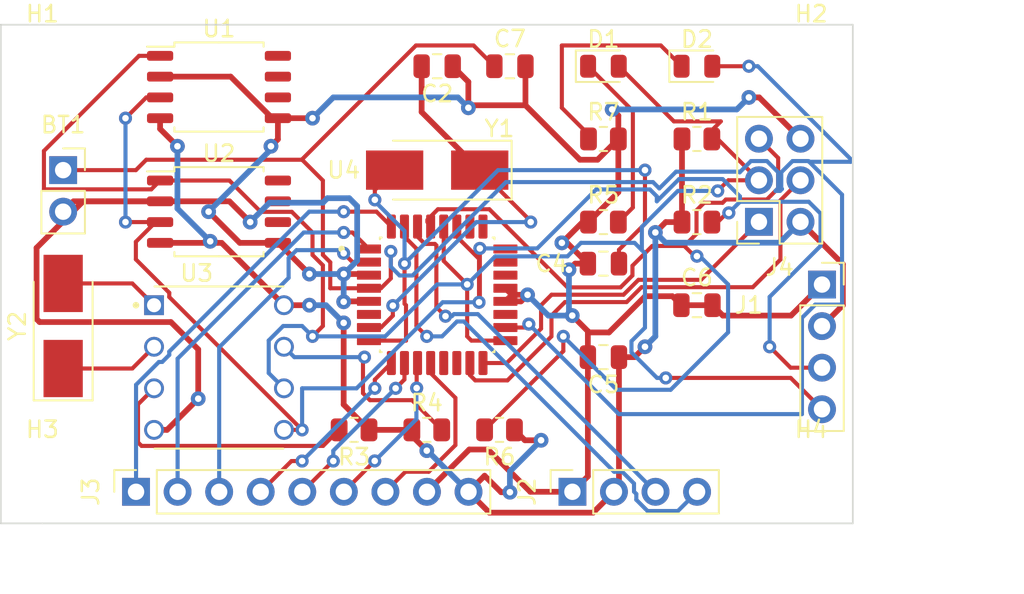
<source format=kicad_pcb>
(kicad_pcb (version 20221018) (generator pcbnew)
  (title_block (title "${project_name}") (date "2024-02-19") (rev "1") (comment 1 "2-Layer PCB version"))
  (layers (0 "F.Cu" mixed) (31 "B.Cu" mixed) (34 "B.Paste" user) (35 "F.Paste" user) (36 "B.SilkS" user "B.Silkscreen") (37 "F.SilkS" user "F.Silkscreen") (38 "B.Mask" user) (39 "F.Mask" user) (44 "Edge.Cuts" user))
  (property "project_name" "MCU Datalogger with memory and clock ")
  (net 0 "")
  (net 1 "Net-(BT1-+)")
  (net 2 "GND")
  (net 3 "Net-(U4-PB6)")
  (net 4 "Net-(U4-PB7)")
  (net 5 "VCC")
  (net 6 "Net-(D1-K)")
  (net 7 "/SCL")
  (net 8 "Net-(D2-K)")
  (net 9 "/D2")
  (net 10 "/D3")
  (net 11 "/D4")
  (net 12 "/D5")
  (net 13 "/D6")
  (net 14 "/D7")
  (net 15 "/D8")
  (net 16 "/MISO")
  (net 17 "/MOSI")
  (net 18 "/RESET")
  (net 19 "/SDA")
  (net 20 "Net-(U3-#INTA)")
  (net 21 "Net-(U3-SQW{slash}#INTB)")
  (net 22 "Net-(U3-X1)")
  (net 23 "Net-(U3-X2)")
  (net 25 "/RX")
  (net 26 "/TX")
  (footprint "Capacitor_SMD:C_0805_2012Metric" (layer "F.Cu") (at 127 33.02 180)
    (fp_text reference "C2")
    (fp_text value "22pF")
  )
  (footprint "Crystal:Crystal_SMD_5032-2Pin_5.0x3.2mm_HandSoldering" (layer "F.Cu") (at 127 39.37 180)
    (fp_text reference "Y1")
    (fp_text value "16MHz")
  )
  (footprint "LED_SMD:LED_0805_2012Metric" (layer "F.Cu") (at 142.875 33.02)
    (fp_text reference "D2")
    (fp_text value "LED")
  )
  (footprint "Resistor_SMD:R_0805_2012Metric" (layer "F.Cu") (at 137.16 42.545)
    (fp_text reference "R5")
    (fp_text value "330")
  )
  (footprint "Capacitor_SMD:C_0805_2012Metric" (layer "F.Cu") (at 142.875 47.625)
    (fp_text reference "C6")
    (fp_text value "C")
  )
  (footprint "MountingHole:MountingHole_2.1mm" (layer "F.Cu") (at 102.87 58.42)
    (fp_text reference "H3")
    (fp_text value "MountingHole")
  )
  (footprint "DS1337:DIP794W47P254L991H457Q8" (layer "F.Cu") (at 113.665 51.435)
    (fp_text reference "U3")
    (fp_text value "DS1337")
  )
  (footprint "MountingHole:MountingHole_2.1mm" (layer "F.Cu") (at 149.86 58.42)
    (fp_text reference "H4")
    (fp_text value "MountingHole")
  )
  (footprint "Package_SO:SOIC-8_5.23x5.23mm_P1.27mm" (layer "F.Cu") (at 113.665 34.29)
    (fp_text reference "U1")
    (fp_text value "24AA02-OT")
  )
  (footprint "Connector_PinSocket_2.54mm:PinSocket_1x09_P2.54mm_Vertical" (layer "F.Cu") (at 108.595 59.03 90)
    (fp_text reference "J3")
    (fp_text value "Conn_01x09_Pin")
  )
  (footprint "MountingHole:MountingHole_2.1mm" (layer "F.Cu") (at 149.86 33.02)
    (fp_text reference "H2")
    (fp_text value "MountingHole")
  )
  (footprint "Connector_PinSocket_2.54mm:PinSocket_1x04_P2.54mm_Vertical" (layer "F.Cu") (at 150.52 46.365)
    (fp_text reference "J1")
    (fp_text value "Conn_01x04_Pin")
  )
  (footprint "Resistor_SMD:R_0805_2012Metric" (layer "F.Cu") (at 142.875 42.545)
    (fp_text reference "R2")
    (fp_text value "4.7K")
  )
  (footprint "Resistor_SMD:R_0805_2012Metric" (layer "F.Cu") (at 126.365 55.245)
    (fp_text reference "R4")
    (fp_text value "10K")
  )
  (footprint "Capacitor_SMD:C_0805_2012Metric" (layer "F.Cu") (at 137.16 50.8 180)
    (fp_text reference "C5")
    (fp_text value "0.1u")
  )
  (footprint "ATMEGA328P-AU:QFP80P900X900X120-32N" (layer "F.Cu") (at 127 46.99)
    (fp_text reference "U4")
    (fp_text value "ATMEGA328P-AU")
  )
  (footprint "Resistor_SMD:R_0805_2012Metric" (layer "F.Cu") (at 137.16 37.465)
    (fp_text reference "R7")
    (fp_text value "330")
  )
  (footprint "Resistor_SMD:R_0805_2012Metric" (layer "F.Cu") (at 121.92 55.245 180)
    (fp_text reference "R3")
    (fp_text value "10K")
  )
  (footprint "Resistor_SMD:R_0805_2012Metric" (layer "F.Cu") (at 142.875 37.465)
    (fp_text reference "R1")
    (fp_text value "4.7K")
  )
  (footprint "Connector_PinSocket_2.54mm:PinSocket_1x04_P2.54mm_Vertical" (layer "F.Cu") (at 135.265 59.03 90)
    (fp_text reference "J2")
    (fp_text value "Conn_01x04_Pin")
  )
  (footprint "Capacitor_SMD:C_0805_2012Metric" (layer "F.Cu") (at 131.445 33.02)
    (fp_text reference "C7")
    (fp_text value "100nF")
  )
  (footprint "Package_SO:SOIC-8_5.23x5.23mm_P1.27mm" (layer "F.Cu") (at 113.665 41.91)
    (fp_text reference "U2")
    (fp_text value "24AA02-OT")
  )
  (footprint "Connector_PinSocket_2.54mm:PinSocket_2x03_P2.54mm_Vertical" (layer "F.Cu") (at 146.665 42.53 180)
    (fp_text reference "J4")
    (fp_text value "Conn_02x03_Odd_Even")
  )
  (footprint "Resistor_SMD:R_0805_2012Metric" (layer "F.Cu") (at 130.81 55.245 180)
    (fp_text reference "R6")
    (fp_text value "10K")
  )
  (footprint "Connector_PinSocket_2.54mm:PinSocket_1x02_P2.54mm_Vertical" (layer "F.Cu") (at 104.14 39.37)
    (fp_text reference "BT1")
    (fp_text value "Battery")
  )
  (footprint "Capacitor_SMD:C_0805_2012Metric" (layer "F.Cu") (at 137.16 45.085)
    (fp_text reference "C4")
    (fp_text value "22pF")
  )
  (footprint "Crystal:Crystal_SMD_5032-2Pin_5.0x3.2mm_HandSoldering" (layer "F.Cu") (at 104.14 48.895 90)
    (fp_text reference "Y2")
    (fp_text value "32.678KHz")
  )
  (footprint "MountingHole:MountingHole_2.1mm" (layer "F.Cu") (at 102.87 33.02)
    (fp_text reference "H1")
    (fp_text value "MountingHole")
  )
  (footprint "LED_SMD:LED_0805_2012Metric" (layer "F.Cu") (at 137.16 33.02)
    (fp_text reference "D1")
    (fp_text value "LED")
  )
  (gr_line (start 100.33 60.96) (end 100.33 30.48) (stroke (width 0.1)) (layer "Edge.Cuts"))
  (gr_line (start 102.87 60.96) (end 100.33 60.96) (stroke (width 0.1)) (layer "Edge.Cuts"))
  (gr_line (start 152.4 30.48) (end 152.4 60.96) (stroke (width 0.1)) (layer "Edge.Cuts"))
  (gr_line (start 152.4 60.96) (end 102.87 60.96) (stroke (width 0.1)) (layer "Edge.Cuts"))
  (gr_line (start 100.33 30.48) (end 152.4 30.48) (stroke (width 0.1)) (layer "Edge.Cuts"))
  (segment (start 143.8125 33.02) (end 146.05 33.02) (width 0.25) (layer "F.Cu") (net 1))
  (segment (start 125.70419 31.75) (end 118.745 38.70919) (width 0.25) (layer "F.Cu") (net 1))
  (segment (start 120.465 45.001877) (end 120.465 46.59) (width 0.25) (layer "F.Cu") (net 1))
  (segment (start 108.585 39.37) (end 109.22 38.735) (width 0.25) (layer "F.Cu") (net 1))
  (segment (start 118.745 38.735) (end 120.015 40.005) (width 0.25) (layer "F.Cu") (net 1))
  (segment (start 118.745 38.70919) (end 118.745 38.735) (width 0.25) (layer "F.Cu") (net 1))
  (segment (start 109.22 38.735) (end 118.745 38.735) (width 0.25) (layer "F.Cu") (net 1))
  (segment (start 124.165 45.989999) (end 124.165 44.339522) (width 0.25) (layer "F.Cu") (net 1))
  (segment (start 132.392828 48.99) (end 131.17 48.99) (width 0.25) (layer "F.Cu") (net 1))
  (segment (start 120.015 40.005) (end 120.015 44.551877) (width 0.25) (layer "F.Cu") (net 1))
  (segment (start 123.564999 46.59) (end 124.165 45.989999) (width 0.25) (layer "F.Cu") (net 1))
  (segment (start 130.495 33.02) (end 129.225 31.75) (width 0.25) (layer "F.Cu") (net 1))
  (segment (start 104.14 39.37) (end 108.585 39.37) (width 0.25) (layer "F.Cu") (net 1))
  (segment (start 132.601414 48.781414) (end 132.392828 48.99) (width 0.25) (layer "F.Cu") (net 1))
  (segment (start 129.225 31.75) (end 125.70419 31.75) (width 0.25) (layer "F.Cu") (net 1))
  (segment (start 120.015 44.551877) (end 120.465 45.001877) (width 0.25) (layer "F.Cu") (net 1))
  (segment (start 122.83 46.59) (end 123.564999 46.59) (width 0.25) (layer "F.Cu") (net 1))
  (segment (start 120.465 46.59) (end 122.83 46.59) (width 0.25) (layer "F.Cu") (net 1))
  (via (at 146.05 33.02) (size 0.8) (drill 0.4) (layers "F.Cu" "B.Cu") (net 1))
  (via (at 124.165 44.339522) (size 0.8) (drill 0.4) (layers "F.Cu" "B.Cu") (net 1))
  (via (at 132.601414 48.781414) (size 0.8) (drill 0.4) (layers "F.Cu" "B.Cu") (net 1))
  (segment (start 131.205735 40.1) (end 125.495735 45.81) (width 0.25) (layer "B.Cu") (net 1))
  (segment (start 147.84 39.503299) (end 147.151701 38.815) (width 0.25) (layer "B.Cu") (net 1))
  (segment (start 140.575152 40.488452) (end 140.186701 40.1) (width 0.25) (layer "B.Cu") (net 1))
  (segment (start 147.955 40.64) (end 147.676701 40.64) (width 0.25) (layer "B.Cu") (net 1))
  (segment (start 149.295 54.281701) (end 149.295 48.397588) (width 0.25) (layer "B.Cu") (net 1))
  (segment (start 152.275 38.698794) (end 152.275 38.85915) (width 0.25) (layer "B.Cu") (net 1))
  (segment (start 148.03 40.476701) (end 148.074149 40.520851) (width 0.25) (layer "B.Cu") (net 1))
  (segment (start 125.495735 45.81) (end 124.704695 45.81) (width 0.25) (layer "B.Cu") (net 1))
  (segment (start 141.598604 39.465) (end 140.575152 40.488452) (width 0.25) (layer "B.Cu") (net 1))
  (segment (start 149.295 48.397588) (end 150.102588 47.59) (width 0.25) (layer "B.Cu") (net 1))
  (segment (start 151.745 47.59) (end 151.745 40.868299) (width 0.25) (layer "B.Cu") (net 1))
  (segment (start 146.596206 33.02) (end 152.275 38.698794) (width 0.25) (layer "B.Cu") (net 1))
  (segment (start 149.73585 38.85915) (end 149.691701 38.815) (width 0.25) (layer "B.Cu") (net 1))
  (segment (start 148.03 39.503299) (end 148.03 40.476701) (width 0.25) (layer "B.Cu") (net 1))
  (segment (start 146.05 33.02) (end 146.596206 33.02) (width 0.25) (layer "B.Cu") (net 1))
  (segment (start 149.691701 38.815) (end 148.718299 38.815) (width 0.25) (layer "B.Cu") (net 1))
  (segment (start 148.074149 40.520851) (end 147.955 40.64) (width 0.25) (layer "B.Cu") (net 1))
  (segment (start 147.151701 38.815) (end 146.178299 38.815) (width 0.25) (layer "B.Cu") (net 1))
  (segment (start 150.102588 47.59) (end 151.745 47.59) (width 0.25) (layer "B.Cu") (net 1))
  (segment (start 132.601414 48.781414) (end 138.101701 54.281701) (width 0.25) (layer "B.Cu") (net 1))
  (segment (start 124.165 45.270305) (end 124.165 44.339522) (width 0.25) (layer "B.Cu") (net 1))
  (segment (start 140.186701 40.1) (end 131.205735 40.1) (width 0.25) (layer "B.Cu") (net 1))
  (segment (start 147.84 40.476701) (end 147.84 39.503299) (width 0.25) (layer "B.Cu") (net 1))
  (segment (start 145.49 39.503299) (end 145.451701 39.465) (width 0.25) (layer "B.Cu") (net 1))
  (segment (start 124.704695 45.81) (end 124.165 45.270305) (width 0.25) (layer "B.Cu") (net 1))
  (segment (start 138.101701 54.281701) (end 149.295 54.281701) (width 0.25) (layer "B.Cu") (net 1))
  (segment (start 148.718299 38.815) (end 148.03 39.503299) (width 0.25) (layer "B.Cu") (net 1))
  (segment (start 151.745 40.868299) (end 149.73585 38.85915) (width 0.25) (layer "B.Cu") (net 1))
  (segment (start 145.451701 39.465) (end 141.598604 39.465) (width 0.25) (layer "B.Cu") (net 1))
  (segment (start 152.275 38.85915) (end 149.73585 38.85915) (width 0.25) (layer "B.Cu") (net 1))
  (segment (start 147.676701 40.64) (end 147.84 40.476701) (width 0.25) (layer "B.Cu") (net 1))
  (segment (start 146.178299 38.815) (end 145.49 39.503299) (width 0.25) (layer "B.Cu") (net 1))
  (segment (start 144.46 48.26) (end 148.625 48.26) (width 0.35) (layer "F.Cu") (net 2))
  (segment (start 134.62 43.815) (end 134.94 43.815) (width 0.35) (layer "F.Cu") (net 2))
  (segment (start 114.935 43.815) (end 113.03 41.91) (width 0.35) (layer "F.Cu") (net 2))
  (segment (start 117.265 43.815) (end 114.935 43.815) (width 0.35) (layer "F.Cu") (net 2))
  (segment (start 132.395 35.405) (end 129.06 35.405) (width 0.35) (layer "F.Cu") (net 2))
  (segment (start 117.265 43.815) (end 117.285 43.815) (width 0.35) (layer "F.Cu") (net 2))
  (segment (start 102.515 44.12) (end 105.36 41.275) (width 0.35) (layer "F.Cu") (net 2))
  (segment (start 138.0725 40.72) (end 136.2475 42.545) (width 0.35) (layer "F.Cu") (net 2))
  (segment (start 132.395 33.02) (end 132.395 35.405) (width 0.35) (layer "F.Cu") (net 2))
  (segment (start 132.395 35.405) (end 135.725 38.735) (width 0.35) (layer "F.Cu") (net 2))
  (segment (start 110.49 55.245) (end 112.395 53.34) (width 0.35) (layer "F.Cu") (net 2))
  (segment (start 116.917672 36.195) (end 117.265 36.195) (width 0.35) (layer "F.Cu") (net 2))
  (segment (start 129.06 35.405) (end 128.905 35.56) (width 0.35) (layer "F.Cu") (net 2))
  (segment (start 135.265 59.03) (end 132.69 59.03) (width 0.35) (layer "F.Cu") (net 2))
  (segment (start 135.255 48.26) (end 136.21 49.215) (width 0.35) (layer "F.Cu") (net 2))
  (segment (start 128.905 35.56) (end 128.905 33.975) (width 0.35) (layer "F.Cu") (net 2))
  (segment (start 135.89 42.545) (end 136.2475 42.545) (width 0.35) (layer "F.Cu") (net 2))
  (segment (start 104.14 41.91) (end 104.775 41.275) (width 0.35) (layer "F.Cu") (net 2))
  (segment (start 122.76 45.72) (end 122.83 45.79) (width 0.35) (layer "F.Cu") (net 2))
  (segment (start 138.0725 36.036728) (end 137.695386 35.659614) (width 0.35) (layer "F.Cu") (net 2))
  (segment (start 117.265 43.815) (end 117.475 43.815) (width 0.35) (layer "F.Cu") (net 2))
  (segment (start 110.725 48.655) (end 102.7 48.655) (width 0.35) (layer "F.Cu") (net 2))
  (segment (start 110.065 33.655) (end 114.377672 33.655) (width 0.35) (layer "F.Cu") (net 2))
  (segment (start 132.69 59.03) (end 130.105 56.445) (width 0.35) (layer "F.Cu") (net 2))
  (segment (start 131.17 47.39) (end 132.125 47.39) (width 0.35) (layer "F.Cu") (net 2))
  (segment (start 112.395 53.34) (end 112.395 50.325) (width 0.35) (layer "F.Cu") (net 2))
  (segment (start 132.525 46.99) (end 131.57 46.99) (width 0.35) (layer "F.Cu") (net 2))
  (segment (start 102.515 48.47) (end 102.515 44.12) (width 0.35) (layer "F.Cu") (net 2))
  (segment (start 117.265 37.485) (end 116.84 37.91) (width 0.35) (layer "F.Cu") (net 2))
  (segment (start 112.395 50.325) (end 110.725 48.655) (width 0.35) (layer "F.Cu") (net 2))
  (segment (start 114.377672 33.655) (end 116.917672 36.195) (width 0.35) (layer "F.Cu") (net 2))
  (segment (start 122.83 47.39) (end 121.31 47.39) (width 0.35) (layer "F.Cu") (net 2))
  (segment (start 138.0725 37.465) (end 138.0725 40.72) (width 0.35) (layer "F.Cu") (net 2))
  (segment (start 141.925 47.625) (end 143.825 47.625) (width 0.35) (layer "F.Cu") (net 2))
  (segment (start 119.38 36.195) (end 117.265 36.195) (width 0.35) (layer "F.Cu") (net 2))
  (segment (start 135.725 38.735) (end 136.8025 38.735) (width 0.35) (layer "F.Cu") (net 2))
  (segment (start 136.21 50.8) (end 136.21 58.085) (width 0.35) (layer "F.Cu") (net 2))
  (segment (start 128.905 33.975) (end 127.95 33.02) (width 0.35) (layer "F.Cu") (net 2))
  (segment (start 104.775 41.275) (end 110.065 41.275) (width 0.35) (layer "F.Cu") (net 2))
  (segment (start 131.17 47.39) (end 131.57 46.99) (width 0.35) (layer "F.Cu") (net 2))
  (segment (start 136.21 58.085) (end 135.265 59.03) (width 0.35) (layer "F.Cu") (net 2))
  (segment (start 137.50071 49.29) (end 136.21 49.29) (width 0.35) (layer "F.Cu") (net 2))
  (segment (start 117.285 43.815) (end 119.19 45.72) (width 0.35) (layer "F.Cu") (net 2))
  (segment (start 102.7 48.655) (end 102.515 48.47) (width 0.35) (layer "F.Cu") (net 2))
  (segment (start 134.62 43.815) (end 135.89 42.545) (width 0.35) (layer "F.Cu") (net 2))
  (segment (start 105.36 41.275) (end 114.3 41.275) (width 0.35) (layer "F.Cu") (net 2))
  (segment (start 148.625 48.26) (end 150.52 46.365) (width 0.35) (layer "F.Cu") (net 2))
  (segment (start 138.0725 37.465) (end 138.0725 36.036728) (width 0.35) (layer "F.Cu") (net 2))
  (segment (start 114.3 41.275) (end 115.57 42.545) (width 0.35) (layer "F.Cu") (net 2))
  (segment (start 136.21 45.085) (end 135.428547 45.085) (width 0.35) (layer "F.Cu") (net 2))
  (segment (start 128.96 56.445) (end 126.375 59.03) (width 0.35) (layer "F.Cu") (net 2))
  (segment (start 139.71571 47.075) (end 137.50071 49.29) (width 0.35) (layer "F.Cu") (net 2))
  (segment (start 135.428547 45.085) (end 135.053688 45.459859) (width 0.35) (layer "F.Cu") (net 2))
  (segment (start 141.925 47.625) (end 141.375 47.075) (width 0.35) (layer "F.Cu") (net 2))
  (segment (start 141.375 47.075) (end 139.71571 47.075) (width 0.35) (layer "F.Cu") (net 2))
  (segment (start 136.21 50.8) (end 136.21 49.29) (width 0.35) (layer "F.Cu") (net 2))
  (segment (start 121.29 45.72) (end 122.76 45.72) (width 0.35) (layer "F.Cu") (net 2))
  (segment (start 149.205 37.45) (end 146.68 34.925) (width 0.35) (layer "F.Cu") (net 2))
  (segment (start 134.94 43.815) (end 136.21 45.085) (width 0.35) (layer "F.Cu") (net 2))
  (segment (start 143.825 47.625) (end 144.46 48.26) (width 0.35) (layer "F.Cu") (net 2))
  (segment (start 130.105 56.445) (end 128.96 56.445) (width 0.35) (layer "F.Cu") (net 2))
  (segment (start 131.57 46.99) (end 131.17 46.59) (width 0.35) (layer "F.Cu") (net 2))
  (segment (start 121.31 47.39) (end 121.285 47.415) (width 0.35) (layer "F.Cu") (net 2))
  (segment (start 109.695 55.245) (end 110.49 55.245) (width 0.35) (layer "F.Cu") (net 2))
  (segment (start 117.265 36.195) (end 117.265 37.485) (width 0.35) (layer "F.Cu") (net 2))
  (segment (start 136.21 49.215) (end 136.21 49.29) (width 0.35) (layer "F.Cu") (net 2))
  (segment (start 136.8025 38.735) (end 138.0725 37.465) (width 0.35) (layer "F.Cu") (net 2))
  (segment (start 132.125 47.39) (end 132.525 46.99) (width 0.35) (layer "F.Cu") (net 2))
  (segment (start 146.68 34.925) (end 146.05 34.925) (width 0.35) (layer "F.Cu") (net 2))
  (via (at 121.285 47.415) (size 0.9) (drill 0.4) (layers "F.Cu" "B.Cu") (net 2))
  (via (at 116.84 37.91) (size 0.9) (drill 0.4) (layers "F.Cu" "B.Cu") (net 2))
  (via (at 119.38 36.195) (size 0.9) (drill 0.4) (layers "F.Cu" "B.Cu") (net 2))
  (via (at 112.395 53.34) (size 0.9) (drill 0.4) (layers "F.Cu" "B.Cu") (net 2))
  (via (at 134.62 43.815) (size 0.9) (drill 0.4) (layers "F.Cu" "B.Cu") (net 2))
  (via (at 132.525 46.99) (size 0.9) (drill 0.4) (layers "F.Cu" "B.Cu") (net 2))
  (via (at 135.053688 45.459859) (size 0.9) (drill 0.4) (layers "F.Cu" "B.Cu") (net 2))
  (via (at 113.03 41.91) (size 0.9) (drill 0.4) (layers "F.Cu" "B.Cu") (net 2))
  (via (at 121.29 45.72) (size 0.9) (drill 0.4) (layers "F.Cu" "B.Cu") (net 2))
  (via (at 137.695386 35.659614) (size 0.9) (drill 0.4) (layers "F.Cu" "B.Cu") (net 2))
  (via (at 135.255 48.26) (size 0.9) (drill 0.4) (layers "F.Cu" "B.Cu") (net 2))
  (via (at 128.905 35.56) (size 0.9) (drill 0.4) (layers "F.Cu" "B.Cu") (net 2))
  (via (at 115.57 42.545) (size 0.9) (drill 0.4) (layers "F.Cu" "B.Cu") (net 2))
  (via (at 119.19 45.72) (size 0.9) (drill 0.4) (layers "F.Cu" "B.Cu") (net 2))
  (via (at 146.05 34.925) (size 0.9) (drill 0.4) (layers "F.Cu" "B.Cu") (net 2))
  (segment (start 135.053688 45.459859) (end 135.053688 48.058688) (width 0.35) (layer "B.Cu") (net 2))
  (segment (start 135.053688 48.058688) (end 135.255 48.26) (width 0.35) (layer "B.Cu") (net 2))
  (segment (start 145.315386 35.659614) (end 146.05 34.925) (width 0.35) (layer "B.Cu") (net 2))
  (segment (start 121.285 45.725) (end 121.29 45.72) (width 0.35) (layer "B.Cu") (net 2))
  (segment (start 121.285 47.415) (end 121.285 45.725) (width 0.35) (layer "B.Cu") (net 2))
  (segment (start 121.626727 41.085) (end 122.11 41.568273) (width 0.35) (layer "B.Cu") (net 2))
  (segment (start 135.255 48.26) (end 133.795 48.26) (width 0.35) (layer "B.Cu") (net 2))
  (segment (start 120.015 41.36) (end 120.29 41.085) (width 0.35) (layer "B.Cu") (net 2))
  (segment (start 120.65 34.925) (end 119.38 36.195) (width 0.35) (layer "B.Cu") (net 2))
  (segment (start 122.11 44.9) (end 121.29 45.72) (width 0.35) (layer "B.Cu") (net 2))
  (segment (start 133.795 48.26) (end 132.525 46.99) (width 0.35) (layer "B.Cu") (net 2))
  (segment (start 122.11 41.568273) (end 122.11 44.9) (width 0.35) (layer "B.Cu") (net 2))
  (segment (start 128.27 34.925) (end 120.65 34.925) (width 0.35) (layer "B.Cu") (net 2))
  (segment (start 116.755 41.36) (end 120.015 41.36) (width 0.35) (layer "B.Cu") (net 2))
  (segment (start 137.695386 35.659614) (end 145.315386 35.659614) (width 0.35) (layer "B.Cu") (net 2))
  (segment (start 119.19 45.72) (end 121.29 45.72) (width 0.35) (layer "B.Cu") (net 2))
  (segment (start 128.905 35.56) (end 128.27 34.925) (width 0.35) (layer "B.Cu") (net 2))
  (segment (start 120.29 41.085) (end 121.626727 41.085) (width 0.35) (layer "B.Cu") (net 2))
  (segment (start 116.84 38.1) (end 113.03 41.91) (width 0.35) (layer "B.Cu") (net 2))
  (segment (start 115.57 42.545) (end 116.755 41.36) (width 0.35) (layer "B.Cu") (net 2))
  (segment (start 116.84 37.91) (end 116.84 38.1) (width 0.35) (layer "B.Cu") (net 2))
  (segment (start 123.564999 48.99) (end 124.289395 48.265604) (width 0.25) (layer "F.Cu") (net 3))
  (segment (start 126.05 33.02) (end 126.05 35.82) (width 0.35) (layer "F.Cu") (net 3))
  (segment (start 126.05 35.82) (end 129.6 39.37) (width 0.35) (layer "F.Cu") (net 3))
  (segment (start 132.715 42.545) (end 132.715 42.485) (width 0.25) (layer "F.Cu") (net 3))
  (segment (start 122.83 48.99) (end 123.564999 48.99) (width 0.25) (layer "F.Cu") (net 3))
  (segment (start 124.289395 48.265604) (end 124.289395 47.652736) (width 0.25) (layer "F.Cu") (net 3))
  (segment (start 132.715 42.485) (end 129.6 39.37) (width 0.25) (layer "F.Cu") (net 3))
  (segment (start 127.95 37.72) (end 129.6 39.37) (width 0.25) (layer "F.Cu") (net 3))
  (via (at 124.289395 47.652736) (size 0.8) (drill 0.4) (layers "F.Cu" "B.Cu") (net 3))
  (via (at 132.715 42.545) (size 0.8) (drill 0.4) (layers "F.Cu" "B.Cu") (net 3))
  (segment (start 129.397131 42.545) (end 132.715 42.545) (width 0.25) (layer "B.Cu") (net 3))
  (segment (start 124.289395 47.652736) (end 129.397131 42.545) (width 0.25) (layer "B.Cu") (net 3))
  (segment (start 125.005 45.085) (end 125.005 47.536396) (width 0.25) (layer "F.Cu") (net 4))
  (segment (start 123.19 41.185) (end 123.19 40.58) (width 0.25) (layer "F.Cu") (net 4))
  (segment (start 125.095 47.626396) (end 125.095 49.79) (width 0.25) (layer "F.Cu") (net 4))
  (segment (start 125.095 49.79) (end 122.83 49.79) (width 0.25) (layer "F.Cu") (net 4))
  (segment (start 125.005 47.536396) (end 125.095 47.626396) (width 0.25) (layer "F.Cu") (net 4))
  (segment (start 139.7 39.37) (end 139.7 42.648273) (width 0.25) (layer "F.Cu") (net 4))
  (segment (start 139.7 42.648273) (end 138.11 44.238273) (width 0.25) (layer "F.Cu") (net 4))
  (segment (start 138.11 44.238273) (end 138.11 45.085) (width 0.25) (layer "F.Cu") (net 4))
  (segment (start 123.19 40.58) (end 124.4 39.37) (width 0.25) (layer "F.Cu") (net 4))
  (via (at 125.005 45.085) (size 0.8) (drill 0.4) (layers "F.Cu" "B.Cu") (net 4))
  (via (at 123.19 41.185) (size 0.8) (drill 0.4) (layers "F.Cu" "B.Cu") (net 4))
  (via (at 139.7 39.37) (size 0.8) (drill 0.4) (layers "F.Cu" "B.Cu") (net 4))
  (segment (start 139.7 39.37) (end 130.72 39.37) (width 0.25) (layer "B.Cu") (net 4))
  (segment (start 130.72 39.37) (end 125.005 45.085) (width 0.25) (layer "B.Cu") (net 4))
  (segment (start 125.005 43.09) (end 123.19 41.275) (width 0.25) (layer "B.Cu") (net 4))
  (segment (start 125.005 45.085) (end 125.005 43.09) (width 0.25) (layer "B.Cu") (net 4))
  (segment (start 123.19 41.275) (end 123.19 41.185) (width 0.25) (layer "B.Cu") (net 4))
  (segment (start 140.97 42.545) (end 140.335 43.18) (width 0.35) (layer "F.Cu") (net 5))
  (segment (start 110.065 36.85) (end 111.125 37.91) (width 0.35) (layer "F.Cu") (net 5))
  (segment (start 110.065 36.195) (end 110.065 36.85) (width 0.35) (layer "F.Cu") (net 5))
  (segment (start 138.11 50.8) (end 138.11 58.725) (width 0.35) (layer "F.Cu") (net 5))
  (segment (start 130.19 60.305) (end 128.915 59.03) (width 0.35) (layer "F.Cu") (net 5))
  (segment (start 132.3575 55.88) (end 131.7225 55.245) (width 0.35) (layer "F.Cu") (net 5))
  (segment (start 151.795 47.63) (end 151.795 45.12) (width 0.35) (layer "F.Cu") (net 5))
  (segment (start 129.8975 58.0475) (end 128.915 59.03) (width 0.35) (layer "F.Cu") (net 5))
  (segment (start 117.635 47.625) (end 119.19 47.625) (width 0.35) (layer "F.Cu") (net 5))
  (segment (start 130.905 59.055) (end 131.445 59.055) (width 0.35) (layer "F.Cu") (net 5))
  (segment (start 125.4525 55.6025) (end 126.365 56.515) (width 0.35) (layer "F.Cu") (net 5))
  (segment (start 129.8975 58.0475) (end 130.905 59.055) (width 0.35) (layer "F.Cu") (net 5))
  (segment (start 141.9625 42.545) (end 140.97 42.545) (width 0.35) (layer "F.Cu") (net 5))
  (segment (start 121.285 48.705) (end 121.285 53.6975) (width 0.35) (layer "F.Cu") (net 5))
  (segment (start 117.635 47.625) (end 113.825 43.815) (width 0.35) (layer "F.Cu") (net 5))
  (segment (start 150.52 48.905) (end 151.795 47.63) (width 0.35) (layer "F.Cu") (net 5))
  (segment (start 113.825 43.815) (end 113.03 43.815) (width 0.35) (layer "F.Cu") (net 5))
  (segment (start 141.9625 37.465) (end 141.9625 42.545) (width 0.35) (layer "F.Cu") (net 5))
  (segment (start 110.065 43.815) (end 113.03 43.815) (width 0.35) (layer "F.Cu") (net 5))
  (segment (start 151.795 45.12) (end 149.205 42.53) (width 0.35) (layer "F.Cu") (net 5))
  (segment (start 139.065 50.8) (end 139.7 50.165) (width 0.35) (layer "F.Cu") (net 5))
  (segment (start 136.53 60.305) (end 130.19 60.305) (width 0.35) (layer "F.Cu") (net 5))
  (segment (start 121.285 53.6975) (end 122.8325 55.245) (width 0.35) (layer "F.Cu") (net 5))
  (segment (start 138.11 50.8) (end 139.065 50.8) (width 0.35) (layer "F.Cu") (net 5))
  (segment (start 113.03 43.815) (end 113.125864 43.719136) (width 0.35) (layer "F.Cu") (net 5))
  (segment (start 137.805 59.03) (end 136.53 60.305) (width 0.35) (layer "F.Cu") (net 5))
  (segment (start 125.4525 55.245) (end 122.8325 55.245) (width 0.35) (layer "F.Cu") (net 5))
  (segment (start 138.11 58.725) (end 137.805 59.03) (width 0.35) (layer "F.Cu") (net 5))
  (segment (start 133.35 55.88) (end 132.3575 55.88) (width 0.35) (layer "F.Cu") (net 5))
  (segment (start 125.4525 55.245) (end 125.4525 55.6025) (width 0.35) (layer "F.Cu") (net 5))
  (via (at 121.285 48.705) (size 0.9) (drill 0.4) (layers "F.Cu" "B.Cu") (net 5))
  (via (at 119.19 47.625) (size 0.9) (drill 0.4) (layers "F.Cu" "B.Cu") (net 5))
  (via (at 126.365 56.515) (size 0.9) (drill 0.4) (layers "F.Cu" "B.Cu") (net 5))
  (via (at 131.445 59.055) (size 0.9) (drill 0.4) (layers "F.Cu" "B.Cu") (net 5))
  (via (at 133.35 55.88) (size 0.9) (drill 0.4) (layers "F.Cu" "B.Cu") (net 5))
  (via (at 111.125 37.91) (size 0.9) (drill 0.4) (layers "F.Cu" "B.Cu") (net 5))
  (via (at 139.7 50.165) (size 0.9) (drill 0.4) (layers "F.Cu" "B.Cu") (net 5))
  (via (at 113.125864 43.719136) (size 0.9) (drill 0.4) (layers "F.Cu" "B.Cu") (net 5))
  (via (at 140.335 43.18) (size 0.9) (drill 0.4) (layers "F.Cu" "B.Cu") (net 5))
  (segment (start 140.335 49.53) (end 140.335 43.18) (width 0.35) (layer "B.Cu") (net 5))
  (segment (start 147.93 43.805) (end 140.96 43.805) (width 0.35) (layer "B.Cu") (net 5))
  (segment (start 149.205 42.53) (end 147.93 43.805) (width 0.35) (layer "B.Cu") (net 5))
  (segment (start 111.125 41.718272) (end 113.125864 43.719136) (width 0.35) (layer "B.Cu") (net 5))
  (segment (start 140.96 43.805) (end 140.335 43.18) (width 0.35) (layer "B.Cu") (net 5))
  (segment (start 120.205 47.625) (end 121.285 48.705) (width 0.35) (layer "B.Cu") (net 5))
  (segment (start 119.19 47.625) (end 120.205 47.625) (width 0.35) (layer "B.Cu") (net 5))
  (segment (start 131.445 57.785) (end 133.35 55.88) (width 0.35) (layer "B.Cu") (net 5))
  (segment (start 131.445 59.055) (end 131.445 57.785) (width 0.35) (layer "B.Cu") (net 5))
  (segment (start 126.4 56.515) (end 128.915 59.03) (width 0.35) (layer "B.Cu") (net 5))
  (segment (start 139.7 50.165) (end 140.335 49.53) (width 0.35) (layer "B.Cu") (net 5))
  (segment (start 126.365 56.515) (end 126.4 56.515) (width 0.35) (layer "B.Cu") (net 5))
  (segment (start 111.125 37.91) (end 111.125 41.718272) (width 0.35) (layer "B.Cu") (net 5))
  (segment (start 136.2225 33.02) (end 138.96 35.7575) (width 0.25) (layer "F.Cu") (net 6))
  (segment (start 138.96 35.7575) (end 138.96 41.6575) (width 0.25) (layer "F.Cu") (net 6))
  (segment (start 138.96 41.6575) (end 138.0725 42.545) (width 0.25) (layer "F.Cu") (net 6))
  (segment (start 141.4675 36.39) (end 144.335 36.39) (width 0.25) (layer "F.Cu") (net 7))
  (segment (start 127.4 44.922204) (end 127.4 42.82) (width 0.25) (layer "F.Cu") (net 7))
  (segment (start 114.3 40.005) (end 116.215 41.92) (width 0.25) (layer "F.Cu") (net 7))
  (segment (start 144.795 39.99) (end 144.145 40.64) (width 0.25) (layer "F.Cu") (net 7))
  (segment (start 138.0975 33.02) (end 141.4675 36.39) (width 0.25) (layer "F.Cu") (net 7))
  (segment (start 109.525 40.545) (end 110.065 40.005) (width 0.25) (layer "F.Cu") (net 7))
  (segment (start 140.97 52.07) (end 148.605 52.07) (width 0.25) (layer "F.Cu") (net 7))
  (segment (start 143.7875 36.9375) (end 144.335 36.39) (width 0.25) (layer "F.Cu") (net 7))
  (segment (start 120.015 48.895) (end 119.38 49.53) (width 0.25) (layer "F.Cu") (net 7))
  (segment (start 146.665 39.99) (end 144.14 37.465) (width 0.25) (layer "F.Cu") (net 7))
  (segment (start 144.14 37.465) (end 143.7875 37.465) (width 0.25) (layer "F.Cu") (net 7))
  (segment (start 128.832796 49.53188) (end 128.832796 46.355) (width 0.25) (layer "F.Cu") (net 7))
  (segment (start 128.832796 46.355) (end 127.4 44.922204) (width 0.25) (layer "F.Cu") (net 7))
  (segment (start 116.215 41.92) (end 118.115908 41.92) (width 0.25) (layer "F.Cu") (net 7))
  (segment (start 118.115908 41.92) (end 119.38 43.184092) (width 0.25) (layer "F.Cu") (net 7))
  (segment (start 131.17 49.79) (end 129.090916 49.79) (width 0.25) (layer "F.Cu") (net 7))
  (segment (start 110.065 32.385) (end 108.775 32.385) (width 0.25) (layer "F.Cu") (net 7))
  (segment (start 129.090916 49.79) (end 128.832796 49.53188) (width 0.25) (layer "F.Cu") (net 7))
  (segment (start 108.775 32.385) (end 102.965 38.195) (width 0.25) (layer "F.Cu") (net 7))
  (segment (start 102.965 40.545) (end 109.525 40.545) (width 0.25) (layer "F.Cu") (net 7))
  (segment (start 119.38 44.553273) (end 120.015 45.188273) (width 0.25) (layer "F.Cu") (net 7))
  (segment (start 102.965 38.195) (end 102.965 40.545) (width 0.25) (layer "F.Cu") (net 7))
  (segment (start 148.605 52.07) (end 150.52 53.985) (width 0.25) (layer "F.Cu") (net 7))
  (segment (start 146.665 39.99) (end 144.795 39.99) (width 0.25) (layer "F.Cu") (net 7))
  (segment (start 120.015 45.188273) (end 120.015 48.895) (width 0.25) (layer "F.Cu") (net 7))
  (segment (start 110.065 40.005) (end 114.3 40.005) (width 0.25) (layer "F.Cu") (net 7))
  (segment (start 143.7875 37.465) (end 143.7875 36.9375) (width 0.25) (layer "F.Cu") (net 7))
  (segment (start 119.38 43.184092) (end 119.38 44.553273) (width 0.25) (layer "F.Cu") (net 7))
  (via (at 140.97 52.07) (size 0.8) (drill 0.4) (layers "F.Cu" "B.Cu") (net 7))
  (via (at 119.38 49.53) (size 0.8) (drill 0.4) (layers "F.Cu" "B.Cu") (net 7))
  (via (at 144.145 40.64) (size 0.8) (drill 0.4) (layers "F.Cu" "B.Cu") (net 7))
  (via (at 128.832796 46.355) (size 0.8) (drill 0.4) (layers "F.Cu" "B.Cu") (net 7))
  (segment (start 128.832796 46.355) (end 130.547796 44.64) (width 0.25) (layer "B.Cu") (net 7))
  (segment (start 140.438273 52.07) (end 138.875 50.506727) (width 0.25) (layer "B.Cu") (net 7))
  (segment (start 139.51 42.838273) (end 141.708273 40.64) (width 0.25) (layer "B.Cu") (net 7))
  (segment (start 118.745 48.895) (end 119.38 49.53) (width 0.25) (layer "B.Cu") (net 7))
  (segment (start 116.705 51.775) (end 116.705 49.779781) (width 0.25) (layer "B.Cu") (net 7))
  (segment (start 140.97 52.07) (end 140.438273 52.07) (width 0.25) (layer "B.Cu") (net 7))
  (segment (start 117.635 52.705) (end 116.705 51.775) (width 0.25) (layer "B.Cu") (net 7))
  (segment (start 116.705 49.779781) (end 117.589781 48.895) (width 0.25) (layer "B.Cu") (net 7))
  (segment (start 117.589781 48.895) (end 118.745 48.895) (width 0.25) (layer "B.Cu") (net 7))
  (segment (start 128.832796 46.355) (end 126.998604 46.355) (width 0.25) (layer "B.Cu") (net 7))
  (segment (start 141.708273 40.64) (end 144.145 40.64) (width 0.25) (layer "B.Cu") (net 7))
  (segment (start 134.961727 44.64) (end 135.786727 43.815) (width 0.25) (layer "B.Cu") (net 7))
  (segment (start 138.875 49.823273) (end 139.7 48.998273) (width 0.25) (layer "B.Cu") (net 7))
  (segment (start 126.998604 46.355) (end 123.823604 49.53) (width 0.25) (layer "B.Cu") (net 7))
  (segment (start 135.786727 43.815) (end 139.065 43.815) (width 0.25) (layer "B.Cu") (net 7))
  (segment (start 139.7 48.998273) (end 139.7 44.45) (width 0.25) (layer "B.Cu") (net 7))
  (segment (start 139.51 44.26) (end 139.51 42.838273) (width 0.25) (layer "B.Cu") (net 7))
  (segment (start 139.7 44.45) (end 139.51 44.26) (width 0.25) (layer "B.Cu") (net 7))
  (segment (start 123.823604 49.53) (end 119.38 49.53) (width 0.25) (layer "B.Cu") (net 7))
  (segment (start 138.875 50.506727) (end 138.875 49.823273) (width 0.25) (layer "B.Cu") (net 7))
  (segment (start 130.547796 44.64) (end 134.961727 44.64) (width 0.25) (layer "B.Cu") (net 7))
  (segment (start 139.065 43.815) (end 139.51 44.26) (width 0.25) (layer "B.Cu") (net 7))
  (segment (start 140.6675 31.75) (end 134.62 31.75) (width 0.25) (layer "F.Cu") (net 8))
  (segment (start 141.9375 33.02) (end 140.6675 31.75) (width 0.25) (layer "F.Cu") (net 8))
  (segment (start 134.62 31.75) (end 134.62 35.56) (width 0.25) (layer "F.Cu") (net 8))
  (segment (start 136.2475 37.1875) (end 136.2475 37.465) (width 0.25) (layer "F.Cu") (net 8))
  (segment (start 134.62 35.56) (end 136.2475 37.1875) (width 0.25) (layer "F.Cu") (net 8))
  (segment (start 121.285 41.91) (end 123.29 41.91) (width 0.25) (layer "F.Cu") (net 9))
  (segment (start 123.29 41.91) (end 124.2 42.82) (width 0.25) (layer "F.Cu") (net 9))
  (via (at 121.285 41.91) (size 0.8) (drill 0.4) (layers "F.Cu" "B.Cu") (net 9))
  (segment (start 108.595 59.03) (end 108.595 52.489781) (width 0.25) (layer "B.Cu") (net 9))
  (segment (start 110.625 50.665) (end 110.625 50.459781) (width 0.25) (layer "B.Cu") (net 9))
  (segment (start 110.625 50.459781) (end 119.174781 41.91) (width 0.25) (layer "B.Cu") (net 9))
  (segment (start 108.595 52.489781) (end 109.989781 51.095) (width 0.25) (layer "B.Cu") (net 9))
  (segment (start 110.195 51.095) (end 110.625 50.665) (width 0.25) (layer "B.Cu") (net 9))
  (segment (start 109.989781 51.095) (end 110.195 51.095) (width 0.25) (layer "B.Cu") (net 9))
  (segment (start 119.174781 41.91) (end 121.285 41.91) (width 0.25) (layer "B.Cu") (net 9))
  (segment (start 121.285 43.18) (end 121.82 43.18) (width 0.25) (layer "F.Cu") (net 10))
  (segment (start 121.82 43.18) (end 122.83 44.19) (width 0.25) (layer "F.Cu") (net 10))
  (via (at 121.285 43.18) (size 0.8) (drill 0.4) (layers "F.Cu" "B.Cu") (net 10))
  (segment (start 111.135 50.891877) (end 118.846877 43.18) (width 0.25) (layer "B.Cu") (net 10))
  (segment (start 111.135 59.03) (end 111.135 50.891877) (width 0.25) (layer "B.Cu") (net 10))
  (segment (start 118.846877 43.18) (end 121.285 43.18) (width 0.25) (layer "B.Cu") (net 10))
  (segment (start 121.825 44.99) (end 122.83 44.99) (width 0.25) (layer "F.Cu") (net 11))
  (segment (start 121.285 44.45) (end 121.825 44.99) (width 0.25) (layer "F.Cu") (net 11))
  (via (at 121.285 44.45) (size 0.8) (drill 0.4) (layers "F.Cu" "B.Cu") (net 11))
  (segment (start 113.675 50.19907) (end 117.92 45.95407) (width 0.25) (layer "B.Cu") (net 11))
  (segment (start 113.675 59.03) (end 113.675 50.19907) (width 0.25) (layer "B.Cu") (net 11))
  (segment (start 117.92 44.743273) (end 118.403273 44.26) (width 0.25) (layer "B.Cu") (net 11))
  (segment (start 121.095 44.26) (end 121.285 44.45) (width 0.25) (layer "B.Cu") (net 11))
  (segment (start 117.92 45.95407) (end 117.92 44.743273) (width 0.25) (layer "B.Cu") (net 11))
  (segment (start 118.403273 44.26) (end 121.095 44.26) (width 0.25) (layer "B.Cu") (net 11))
  (segment (start 118.095 57.15) (end 118.745 57.15) (width 0.25) (layer "F.Cu") (net 12))
  (segment (start 116.215 59.03) (end 118.095 57.15) (width 0.25) (layer "F.Cu") (net 12))
  (segment (start 123.19 52.17) (end 124.2 51.16) (width 0.25) (layer "F.Cu") (net 12))
  (segment (start 123.19 52.705) (end 123.19 52.17) (width 0.25) (layer "F.Cu") (net 12))
  (via (at 123.19 52.705) (size 0.8) (drill 0.4) (layers "F.Cu" "B.Cu") (net 12))
  (via (at 118.745 57.15) (size 0.8) (drill 0.4) (layers "F.Cu" "B.Cu") (net 12))
  (segment (start 118.745 57.15) (end 123.19 52.705) (width 0.25) (layer "B.Cu") (net 12))
  (segment (start 124.46 52.705) (end 125 52.165) (width 0.25) (layer "F.Cu") (net 13))
  (segment (start 118.755 59.03) (end 120.635 57.15) (width 0.25) (layer "F.Cu") (net 13))
  (segment (start 125 52.165) (end 125 51.16) (width 0.25) (layer "F.Cu") (net 13))
  (segment (start 120.635 57.15) (end 120.65 57.15) (width 0.25) (layer "F.Cu") (net 13))
  (via (at 120.65 57.15) (size 0.8) (drill 0.4) (layers "F.Cu" "B.Cu") (net 13))
  (via (at 124.46 52.705) (size 0.8) (drill 0.4) (layers "F.Cu" "B.Cu") (net 13))
  (segment (start 120.65 57.15) (end 120.65 56.515) (width 0.25) (layer "B.Cu") (net 13))
  (segment (start 120.65 56.515) (end 124.46 52.705) (width 0.25) (layer "B.Cu") (net 13))
  (segment (start 123.1825 57.1425) (end 121.295 59.03) (width 0.25) (layer "F.Cu") (net 14))
  (segment (start 125.746403 52.688597) (end 125.746403 51.213597) (width 0.25) (layer "F.Cu") (net 14))
  (segment (start 125.746403 51.213597) (end 125.8 51.16) (width 0.25) (layer "F.Cu") (net 14))
  (via (at 125.746403 52.688597) (size 0.8) (drill 0.4) (layers "F.Cu" "B.Cu") (net 14))
  (via (at 123.1825 57.1425) (size 0.8) (drill 0.4) (layers "F.Cu" "B.Cu") (net 14))
  (segment (start 125.73 52.705) (end 125.746403 52.688597) (width 0.25) (layer "B.Cu") (net 14))
  (segment (start 123.1825 57.1425) (end 125.73 54.595) (width 0.25) (layer "B.Cu") (net 14))
  (segment (start 125.73 54.595) (end 125.73 52.705) (width 0.25) (layer "B.Cu") (net 14))
  (segment (start 126.6 51.77437) (end 126.6 51.16) (width 0.25) (layer "F.Cu") (net 15))
  (segment (start 125.06 57.805) (end 126.485 57.805) (width 0.25) (layer "F.Cu") (net 15))
  (segment (start 123.835 59.03) (end 125.06 57.805) (width 0.25) (layer "F.Cu") (net 15))
  (segment (start 126.485 57.805) (end 128.115 56.175) (width 0.25) (layer "F.Cu") (net 15))
  (segment (start 128.115 56.175) (end 128.115 53.28937) (width 0.25) (layer "F.Cu") (net 15))
  (segment (start 128.115 53.28937) (end 126.6 51.77437) (width 0.25) (layer "F.Cu") (net 15))
  (segment (start 143.12 46.075) (end 139.301496 46.075) (width 0.25) (layer "F.Cu") (net 16))
  (segment (start 146.665 42.53) (end 143.12 46.075) (width 0.25) (layer "F.Cu") (net 16))
  (segment (start 139.301496 46.075) (end 138.391496 46.985) (width 0.25) (layer "F.Cu") (net 16))
  (segment (start 133.35 47.625) (end 133.35 49.058134) (width 0.25) (layer "F.Cu") (net 16))
  (segment (start 133.99 46.985) (end 133.35 47.625) (width 0.25) (layer "F.Cu") (net 16))
  (segment (start 138.391496 46.985) (end 133.99 46.985) (width 0.25) (layer "F.Cu") (net 16))
  (segment (start 131.248134 51.16) (end 129.8 51.16) (width 0.25) (layer "F.Cu") (net 16))
  (segment (start 133.35 49.058134) (end 131.248134 51.16) (width 0.25) (layer "F.Cu") (net 16))
  (segment (start 134.81 47.435) (end 133.985 48.26) (width 0.25) (layer "F.Cu") (net 17))
  (segment (start 129.325001 52.22) (end 129 51.894999) (width 0.25) (layer "F.Cu") (net 17))
  (segment (start 133.985 49.53) (end 131.295 52.22) (width 0.25) (layer "F.Cu") (net 17))
  (segment (start 133.985 48.26) (end 133.985 49.53) (width 0.25) (layer "F.Cu") (net 17))
  (segment (start 139.487892 46.525) (end 138.577892 47.435) (width 0.25) (layer "F.Cu") (net 17))
  (segment (start 138.577892 47.435) (end 134.81 47.435) (width 0.25) (layer "F.Cu") (net 17))
  (segment (start 146.29 46.525) (end 139.487892 46.525) (width 0.25) (layer "F.Cu") (net 17))
  (segment (start 131.295 52.22) (end 129.325001 52.22) (width 0.25) (layer "F.Cu") (net 17))
  (segment (start 147.98 41.215) (end 147.98 44.835) (width 0.25) (layer "F.Cu") (net 17))
  (segment (start 129 51.894999) (end 129 51.16) (width 0.25) (layer "F.Cu") (net 17))
  (segment (start 147.98 44.835) (end 146.29 46.525) (width 0.25) (layer "F.Cu") (net 17))
  (segment (start 149.205 39.99) (end 147.98 41.215) (width 0.25) (layer "F.Cu") (net 17))
  (segment (start 142.85 41.82919) (end 142.85 43.26081) (width 0.25) (layer "F.Cu") (net 18))
  (segment (start 147.84 38.625) (end 147.84 40.476701) (width 0.25) (layer "F.Cu") (net 18))
  (segment (start 144.445305 41.365) (end 143.31419 41.365) (width 0.25) (layer "F.Cu") (net 18))
  (segment (start 130.188134 41.76) (end 127.04563 41.76) (width 0.25) (layer "F.Cu") (net 18))
  (segment (start 146.665 37.45) (end 147.84 38.625) (width 0.25) (layer "F.Cu") (net 18))
  (segment (start 126.6 42.20563) (end 126.6 42.82) (width 0.25) (layer "F.Cu") (net 18))
  (segment (start 138.935 45.8051) (end 138.2051 46.535) (width 0.25) (layer "F.Cu") (net 18))
  (segment (start 142.10581 44.005) (end 140.145 44.005) (width 0.25) (layer "F.Cu") (net 18))
  (segment (start 143.31419 41.365) (end 142.85 41.82919) (width 0.25) (layer "F.Cu") (net 18))
  (segment (start 134.71 50.4325) (end 134.71 49.53) (width 0.25) (layer "F.Cu") (net 18))
  (segment (start 129.8975 55.245) (end 134.71 50.4325) (width 0.25) (layer "F.Cu") (net 18))
  (segment (start 127.04563 41.76) (end 126.6 42.20563) (width 0.25) (layer "F.Cu") (net 18))
  (segment (start 142.85 43.26081) (end 142.10581 44.005) (width 0.25) (layer "F.Cu") (net 18))
  (segment (start 126.4 42.40563) (end 126.4 42.545) (width 0.25) (layer "F.Cu") (net 18))
  (segment (start 142.73081 44.63) (end 142.10581 44.005) (width 0.25) (layer "F.Cu") (net 18))
  (segment (start 140.145 44.005) (end 138.935 45.215) (width 0.25) (layer "F.Cu") (net 18))
  (segment (start 138.935 45.215) (end 138.935 45.8051) (width 0.25) (layer "F.Cu") (net 18))
  (segment (start 144.645305 41.165) (end 144.445305 41.365) (width 0.25) (layer "F.Cu") (net 18))
  (segment (start 134.963134 46.535) (end 130.188134 41.76) (width 0.25) (layer "F.Cu") (net 18))
  (segment (start 147.84 40.476701) (end 147.151701 41.165) (width 0.25) (layer "F.Cu") (net 18))
  (segment (start 142.875 44.63) (end 142.73081 44.63) (width 0.25) (layer "F.Cu") (net 18))
  (segment (start 147.151701 41.165) (end 144.645305 41.165) (width 0.25) (layer "F.Cu") (net 18))
  (segment (start 138.2051 46.535) (end 134.963134 46.535) (width 0.25) (layer "F.Cu") (net 18))
  (via (at 134.71 49.53) (size 0.8) (drill 0.4) (layers "F.Cu" "B.Cu") (net 18))
  (via (at 142.875 44.63) (size 0.8) (drill 0.4) (layers "F.Cu" "B.Cu") (net 18))
  (segment (start 144.78 46.355) (end 142.875 44.45) (width 0.25) (layer "B.Cu") (net 18))
  (segment (start 134.71 49.53) (end 137.975 52.795) (width 0.25) (layer "B.Cu") (net 18))
  (segment (start 142.875 44.45) (end 142.875 44.63) (width 0.25) (layer "B.Cu") (net 18))
  (segment (start 141.270305 52.795) (end 144.78 49.285305) (width 0.25) (layer "B.Cu") (net 18))
  (segment (start 137.975 52.795) (end 141.270305 52.795) (width 0.25) (layer "B.Cu") (net 18))
  (segment (start 144.78 49.285305) (end 144.78 46.355) (width 0.25) (layer "B.Cu") (net 18))
  (segment (start 109.788382 42.545) (end 108.585 43.748382) (width 0.25) (layer "F.Cu") (net 19))
  (segment (start 108.585 44.824999) (end 110.625 46.864999) (width 0.25) (layer "F.Cu") (net 19))
  (segment (start 110.065 42.545) (end 109.788382 42.545) (width 0.25) (layer "F.Cu") (net 19))
  (segment (start 144.824709 41.954709) (end 144.824709 41.982802) (width 0.25) (layer "F.Cu") (net 19))
  (segment (start 150.52 51.445) (end 148.6 51.445) (width 0.25) (layer "F.Cu") (net 19))
  (segment (start 128.2 43.43437) (end 128.2 42.82) (width 0.25) (layer "F.Cu") (net 19))
  (segment (start 107.95 42.545) (end 110.065 42.545) (width 0.25) (layer "F.Cu") (net 19))
  (segment (start 109.22 34.925) (end 107.95 36.195) (width 0.25) (layer "F.Cu") (net 19))
  (segment (start 143.7875 42.545) (end 144.145 42.545) (width 0.25) (layer "F.Cu") (net 19))
  (segment (start 129.557796 44.792166) (end 128.2 43.43437) (width 0.25) (layer "F.Cu") (net 19))
  (segment (start 108.585 43.748382) (end 108.585 44.824999) (width 0.25) (layer "F.Cu") (net 19))
  (segment (start 144.78 41.91) (end 144.824709 41.954709) (width 0.25) (layer "F.Cu") (net 19))
  (segment (start 110.625 46.864999) (end 110.625 47.125) (width 0.25) (layer "F.Cu") (net 19))
  (segment (start 110.065 34.925) (end 109.22 34.925) (width 0.25) (layer "F.Cu") (net 19))
  (segment (start 144.145 42.545) (end 144.78 41.91) (width 0.25) (layer "F.Cu") (net 19))
  (segment (start 110.625 47.125) (end 118.745 55.245) (width 0.25) (layer "F.Cu") (net 19))
  (segment (start 129.607762 47.398697) (end 129.557796 47.448663) (width 0.25) (layer "F.Cu") (net 19))
  (segment (start 129.607762 44.154965) (end 129.607762 47.398697) (width 0.25) (layer "F.Cu") (net 19))
  (segment (start 118.745 55.245) (end 117.635 55.245) (width 0.25) (layer "F.Cu") (net 19))
  (segment (start 129.557796 47.448663) (end 129.557796 44.792166) (width 0.25) (layer "F.Cu") (net 19))
  (segment (start 148.6 51.445) (end 147.32 50.165) (width 0.25) (layer "F.Cu") (net 19))
  (via (at 129.557796 47.448663) (size 0.8) (drill 0.4) (layers "F.Cu" "B.Cu") (net 19))
  (via (at 129.607762 44.154965) (size 0.8) (drill 0.4) (layers "F.Cu" "B.Cu") (net 19))
  (via (at 107.95 36.195) (size 0.8) (drill 0.4) (layers "F.Cu" "B.Cu") (net 19))
  (via (at 144.824709 41.982802) (size 0.8) (drill 0.4) (layers "F.Cu" "B.Cu") (net 19))
  (via (at 147.32 50.165) (size 0.8) (drill 0.4) (layers "F.Cu" "B.Cu") (net 19))
  (via (at 118.745 55.245) (size 0.8) (drill 0.4) (layers "F.Cu" "B.Cu") (net 19))
  (via (at 107.95 42.545) (size 0.8) (drill 0.4) (layers "F.Cu" "B.Cu") (net 19))
  (segment (start 140.425 41.275) (end 140.425 40.974695) (width 0.25) (layer "B.Cu") (net 19))
  (segment (start 145.502511 40.972206) (end 144.445305 39.915) (width 0.25) (layer "B.Cu") (net 19))
  (segment (start 107.95 36.195) (end 107.95 42.545) (width 0.25) (layer "B.Cu") (net 19))
  (segment (start 129.557796 47.448663) (end 129.554133 47.445) (width 0.25) (layer "B.Cu") (net 19))
  (segment (start 147.32 50.165) (end 147.32 47.115) (width 0.25) (layer "B.Cu") (net 19))
  (segment (start 150.43 44.005) (end 150.43 42.022588) (width 0.25) (layer "B.Cu") (net 19))
  (segment (start 129.554133 47.445) (end 127.334695 47.445) (width 0.25) (layer "B.Cu") (net 19))
  (segment (start 144.445305 39.915) (end 141.785 39.915) (width 0.25) (layer "B.Cu") (net 19))
  (segment (start 141.785 39.915) (end 140.425 41.275) (width 0.25) (layer "B.Cu") (net 19))
  (segment (start 122.074695 52.705) (end 118.745 52.705) (width 0.25) (layer "B.Cu") (net 19))
  (segment (start 118.745 52.705) (end 118.745 55.245) (width 0.25) (layer "B.Cu") (net 19))
  (segment (start 149.712412 41.305) (end 145.502511 41.305) (width 0.25) (layer "B.Cu") (net 19))
  (segment (start 127.334695 47.445) (end 122.074695 52.705) (width 0.25) (layer "B.Cu") (net 19))
  (segment (start 150.43 42.022588) (end 149.712412 41.305) (width 0.25) (layer "B.Cu") (net 19))
  (segment (start 136.718273 40.55) (end 133.113308 44.154965) (width 0.25) (layer "B.Cu") (net 19))
  (segment (start 140.425 40.974695) (end 140.000305 40.55) (width 0.25) (layer "B.Cu") (net 19))
  (segment (start 140.000305 40.55) (end 136.718273 40.55) (width 0.25) (layer "B.Cu") (net 19))
  (segment (start 145.502511 41.305) (end 145.502511 40.972206) (width 0.25) (layer "B.Cu") (net 19))
  (segment (start 147.32 47.115) (end 150.43 44.005) (width 0.25) (layer "B.Cu") (net 19))
  (segment (start 145.502511 41.305) (end 144.824709 41.982802) (width 0.25) (layer "B.Cu") (net 19))
  (segment (start 133.113308 44.154965) (end 129.607762 44.154965) (width 0.25) (layer "B.Cu") (net 19))
  (segment (start 108.715 56.01) (end 108.715 53.685) (width 0.25) (layer "F.Cu") (net 20))
  (segment (start 121.0075 55.245) (end 120.0275 56.225) (width 0.25) (layer "F.Cu") (net 20))
  (segment (start 120.0275 56.225) (end 108.93 56.225) (width 0.25) (layer "F.Cu") (net 20))
  (segment (start 108.93 56.225) (end 108.715 56.01) (width 0.25) (layer "F.Cu") (net 20))
  (segment (start 108.715 53.685) (end 109.695 52.705) (width 0.25) (layer "F.Cu") (net 20))
  (segment (start 127.2775 55.245) (end 125.4625 53.43) (width 0.25) (layer "F.Cu") (net 21))
  (segment (start 125.4625 53.43) (end 122.889695 53.43) (width 0.25) (layer "F.Cu") (net 21))
  (segment (start 122.465 50.89) (end 122.555 50.8) (width 0.25) (layer "F.Cu") (net 21))
  (segment (start 122.889695 53.43) (end 122.465 53.005305) (width 0.25) (layer "F.Cu") (net 21))
  (segment (start 122.465 53.005305) (end 122.465 50.89) (width 0.25) (layer "F.Cu") (net 21))
  (via (at 122.555 50.8) (size 0.8) (drill 0.4) (layers "F.Cu" "B.Cu") (net 21))
  (segment (start 118.27 50.8) (end 117.635 50.165) (width 0.25) (layer "B.Cu") (net 21))
  (segment (start 122.555 50.8) (end 118.27 50.8) (width 0.25) (layer "B.Cu") (net 21))
  (segment (start 108.365 46.295) (end 109.695 47.625) (width 0.25) (layer "F.Cu") (net 22))
  (segment (start 104.14 46.295) (end 108.365 46.295) (width 0.25) (layer "F.Cu") (net 22))
  (segment (start 104.14 51.495) (end 108.365 51.495) (width 0.25) (layer "F.Cu") (net 23))
  (segment (start 108.365 51.495) (end 109.695 50.165) (width 0.25) (layer "F.Cu") (net 23))
  (segment (start 125.8 43.43437) (end 125.8 42.82) (width 0.25) (layer "F.Cu") (net 25))
  (segment (start 126.24563 43.88) (end 125.8 43.43437) (width 0.25) (layer "F.Cu") (net 25))
  (segment (start 126.95 47.739739) (end 126.95 43.97) (width 0.25) (layer "F.Cu") (net 25))
  (segment (start 127.507631 48.29737) (end 126.95 47.739739) (width 0.25) (layer "F.Cu") (net 25))
  (segment (start 126.95 43.97) (end 126.86 43.88) (width 0.25) (layer "F.Cu") (net 25))
  (segment (start 126.86 43.88) (end 126.24563 43.88) (width 0.25) (layer "F.Cu") (net 25))
  (via (at 127.507631 48.29737) (size 0.8) (drill 0.4) (layers "F.Cu" "B.Cu") (net 25))
  (segment (start 128.023909 48.17) (end 129.485 48.17) (width 0.25) (layer "B.Cu") (net 25))
  (segment (start 127.507631 48.29737) (end 127.896539 48.29737) (width 0.25) (layer "B.Cu") (net 25))
  (segment (start 127.896539 48.29737) (end 128.023909 48.17) (width 0.25) (layer "B.Cu") (net 25))
  (segment (start 129.485 48.17) (end 140.345 59.03) (width 0.25) (layer "B.Cu") (net 25))
  (segment (start 125.73 48.895) (end 125.73 44.16437) (width 0.25) (layer "F.Cu") (net 26))
  (segment (start 125 43.43437) (end 125 42.82) (width 0.25) (layer "F.Cu") (net 26))
  (segment (start 125.73 44.16437) (end 125 43.43437) (width 0.25) (layer "F.Cu") (net 26))
  (segment (start 126.365 49.53) (end 125.73 48.895) (width 0.25) (layer "F.Cu") (net 26))
  (via (at 126.365 49.53) (size 0.8) (drill 0.4) (layers "F.Cu" "B.Cu") (net 26))
  (segment (start 128.631396 48.62) (end 137.03 57.018604) (width 0.25) (layer "B.Cu") (net 26))
  (segment (start 127.300305 49.53) (end 128.210305 48.62) (width 0.25) (layer "B.Cu") (net 26))
  (segment (start 141.71 60.205) (end 142.885 59.03) (width 0.25) (layer "B.Cu") (net 26))
  (segment (start 137.815 57.805) (end 138.312412 57.805) (width 0.25) (layer "B.Cu") (net 26))
  (segment (start 138.312412 57.805) (end 139.03 58.522588) (width 0.25) (layer "B.Cu") (net 26))
  (segment (start 139.03 58.522588) (end 139.03 59.02) (width 0.25) (layer "B.Cu") (net 26))
  (segment (start 126.365 49.53) (end 127.300305 49.53) (width 0.25) (layer "B.Cu") (net 26))
  (segment (start 139.17 59.516701) (end 139.858299 60.205) (width 0.25) (layer "B.Cu") (net 26))
  (segment (start 139.858299 60.205) (end 141.71 60.205) (width 0.25) (layer "B.Cu") (net 26))
  (segment (start 139.03 59.02) (end 139.17 59.16) (width 0.25) (layer "B.Cu") (net 26))
  (segment (start 137.03 57.018604) (end 137.03 57.02) (width 0.25) (layer "B.Cu") (net 26))
  (segment (start 137.03 57.02) (end 137.815 57.805) (width 0.25) (layer "B.Cu") (net 26))
  (segment (start 128.210305 48.62) (end 128.631396 48.62) (width 0.25) (layer "B.Cu") (net 26))
  (segment (start 139.17 59.16) (end 139.17 59.516701) (width 0.25) (layer "B.Cu") (net 26))
)
</source>
